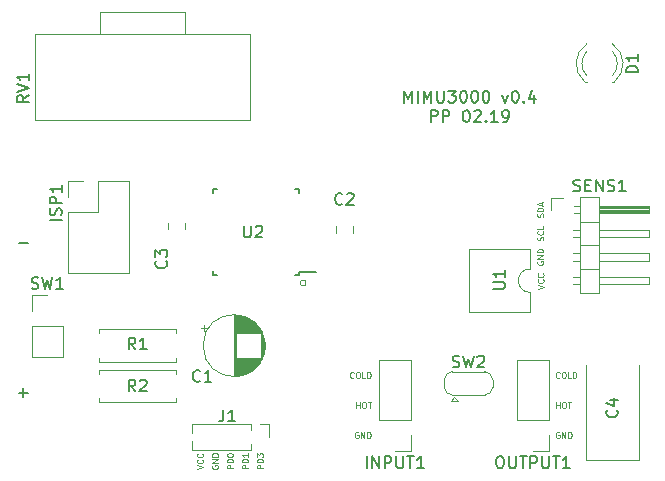
<source format=gbr>
G04 #@! TF.GenerationSoftware,KiCad,Pcbnew,5.1.5-1.fc31*
G04 #@! TF.CreationDate,2020-02-11T17:57:21+01:00*
G04 #@! TF.ProjectId,mimu3000,6d696d75-3330-4303-902e-6b696361645f,rev?*
G04 #@! TF.SameCoordinates,Original*
G04 #@! TF.FileFunction,Legend,Top*
G04 #@! TF.FilePolarity,Positive*
%FSLAX46Y46*%
G04 Gerber Fmt 4.6, Leading zero omitted, Abs format (unit mm)*
G04 Created by KiCad (PCBNEW 5.1.5-1.fc31) date 2020-02-11 17:57:21*
%MOMM*%
%LPD*%
G04 APERTURE LIST*
%ADD10C,0.100000*%
%ADD11C,0.120000*%
%ADD12C,0.150000*%
G04 APERTURE END LIST*
D10*
X185900190Y-126603047D02*
X185400190Y-126603047D01*
X185400190Y-126412571D01*
X185424000Y-126364952D01*
X185447809Y-126341142D01*
X185495428Y-126317333D01*
X185566857Y-126317333D01*
X185614476Y-126341142D01*
X185638285Y-126364952D01*
X185662095Y-126412571D01*
X185662095Y-126603047D01*
X185900190Y-126103047D02*
X185400190Y-126103047D01*
X185400190Y-125984000D01*
X185424000Y-125912571D01*
X185471619Y-125864952D01*
X185519238Y-125841142D01*
X185614476Y-125817333D01*
X185685904Y-125817333D01*
X185781142Y-125841142D01*
X185828761Y-125864952D01*
X185876380Y-125912571D01*
X185900190Y-125984000D01*
X185900190Y-126103047D01*
X185400190Y-125650666D02*
X185400190Y-125341142D01*
X185590666Y-125507809D01*
X185590666Y-125436380D01*
X185614476Y-125388761D01*
X185638285Y-125364952D01*
X185685904Y-125341142D01*
X185804952Y-125341142D01*
X185852571Y-125364952D01*
X185876380Y-125388761D01*
X185900190Y-125436380D01*
X185900190Y-125579238D01*
X185876380Y-125626857D01*
X185852571Y-125650666D01*
X184630190Y-126603047D02*
X184130190Y-126603047D01*
X184130190Y-126412571D01*
X184154000Y-126364952D01*
X184177809Y-126341142D01*
X184225428Y-126317333D01*
X184296857Y-126317333D01*
X184344476Y-126341142D01*
X184368285Y-126364952D01*
X184392095Y-126412571D01*
X184392095Y-126603047D01*
X184630190Y-126103047D02*
X184130190Y-126103047D01*
X184130190Y-125984000D01*
X184154000Y-125912571D01*
X184201619Y-125864952D01*
X184249238Y-125841142D01*
X184344476Y-125817333D01*
X184415904Y-125817333D01*
X184511142Y-125841142D01*
X184558761Y-125864952D01*
X184606380Y-125912571D01*
X184630190Y-125984000D01*
X184630190Y-126103047D01*
X184630190Y-125341142D02*
X184630190Y-125626857D01*
X184630190Y-125484000D02*
X184130190Y-125484000D01*
X184201619Y-125531619D01*
X184249238Y-125579238D01*
X184273047Y-125626857D01*
X183360190Y-126603047D02*
X182860190Y-126603047D01*
X182860190Y-126412571D01*
X182884000Y-126364952D01*
X182907809Y-126341142D01*
X182955428Y-126317333D01*
X183026857Y-126317333D01*
X183074476Y-126341142D01*
X183098285Y-126364952D01*
X183122095Y-126412571D01*
X183122095Y-126603047D01*
X183360190Y-126103047D02*
X182860190Y-126103047D01*
X182860190Y-125984000D01*
X182884000Y-125912571D01*
X182931619Y-125864952D01*
X182979238Y-125841142D01*
X183074476Y-125817333D01*
X183145904Y-125817333D01*
X183241142Y-125841142D01*
X183288761Y-125864952D01*
X183336380Y-125912571D01*
X183360190Y-125984000D01*
X183360190Y-126103047D01*
X182860190Y-125507809D02*
X182860190Y-125460190D01*
X182884000Y-125412571D01*
X182907809Y-125388761D01*
X182955428Y-125364952D01*
X183050666Y-125341142D01*
X183169714Y-125341142D01*
X183264952Y-125364952D01*
X183312571Y-125388761D01*
X183336380Y-125412571D01*
X183360190Y-125460190D01*
X183360190Y-125507809D01*
X183336380Y-125555428D01*
X183312571Y-125579238D01*
X183264952Y-125603047D01*
X183169714Y-125626857D01*
X183050666Y-125626857D01*
X182955428Y-125603047D01*
X182907809Y-125579238D01*
X182884000Y-125555428D01*
X182860190Y-125507809D01*
X180320190Y-126650666D02*
X180820190Y-126484000D01*
X180320190Y-126317333D01*
X180772571Y-125864952D02*
X180796380Y-125888761D01*
X180820190Y-125960190D01*
X180820190Y-126007809D01*
X180796380Y-126079238D01*
X180748761Y-126126857D01*
X180701142Y-126150666D01*
X180605904Y-126174476D01*
X180534476Y-126174476D01*
X180439238Y-126150666D01*
X180391619Y-126126857D01*
X180344000Y-126079238D01*
X180320190Y-126007809D01*
X180320190Y-125960190D01*
X180344000Y-125888761D01*
X180367809Y-125864952D01*
X180772571Y-125364952D02*
X180796380Y-125388761D01*
X180820190Y-125460190D01*
X180820190Y-125507809D01*
X180796380Y-125579238D01*
X180748761Y-125626857D01*
X180701142Y-125650666D01*
X180605904Y-125674476D01*
X180534476Y-125674476D01*
X180439238Y-125650666D01*
X180391619Y-125626857D01*
X180344000Y-125579238D01*
X180320190Y-125507809D01*
X180320190Y-125460190D01*
X180344000Y-125388761D01*
X180367809Y-125364952D01*
X181614000Y-126364952D02*
X181590190Y-126412571D01*
X181590190Y-126484000D01*
X181614000Y-126555428D01*
X181661619Y-126603047D01*
X181709238Y-126626857D01*
X181804476Y-126650666D01*
X181875904Y-126650666D01*
X181971142Y-126626857D01*
X182018761Y-126603047D01*
X182066380Y-126555428D01*
X182090190Y-126484000D01*
X182090190Y-126436380D01*
X182066380Y-126364952D01*
X182042571Y-126341142D01*
X181875904Y-126341142D01*
X181875904Y-126436380D01*
X182090190Y-126126857D02*
X181590190Y-126126857D01*
X182090190Y-125841142D01*
X181590190Y-125841142D01*
X182090190Y-125603047D02*
X181590190Y-125603047D01*
X181590190Y-125484000D01*
X181614000Y-125412571D01*
X181661619Y-125364952D01*
X181709238Y-125341142D01*
X181804476Y-125317333D01*
X181875904Y-125317333D01*
X181971142Y-125341142D01*
X182018761Y-125364952D01*
X182066380Y-125412571D01*
X182090190Y-125484000D01*
X182090190Y-125603047D01*
D11*
X189554000Y-110900000D02*
G75*
G03X189554000Y-110900000I-254000J0D01*
G01*
D10*
X193968142Y-123548000D02*
X193920523Y-123524190D01*
X193849095Y-123524190D01*
X193777666Y-123548000D01*
X193730047Y-123595619D01*
X193706238Y-123643238D01*
X193682428Y-123738476D01*
X193682428Y-123809904D01*
X193706238Y-123905142D01*
X193730047Y-123952761D01*
X193777666Y-124000380D01*
X193849095Y-124024190D01*
X193896714Y-124024190D01*
X193968142Y-124000380D01*
X193991952Y-123976571D01*
X193991952Y-123809904D01*
X193896714Y-123809904D01*
X194206238Y-124024190D02*
X194206238Y-123524190D01*
X194491952Y-124024190D01*
X194491952Y-123524190D01*
X194730047Y-124024190D02*
X194730047Y-123524190D01*
X194849095Y-123524190D01*
X194920523Y-123548000D01*
X194968142Y-123595619D01*
X194991952Y-123643238D01*
X195015761Y-123738476D01*
X195015761Y-123809904D01*
X194991952Y-123905142D01*
X194968142Y-123952761D01*
X194920523Y-124000380D01*
X194849095Y-124024190D01*
X194730047Y-124024190D01*
X193587190Y-118896571D02*
X193563380Y-118920380D01*
X193491952Y-118944190D01*
X193444333Y-118944190D01*
X193372904Y-118920380D01*
X193325285Y-118872761D01*
X193301476Y-118825142D01*
X193277666Y-118729904D01*
X193277666Y-118658476D01*
X193301476Y-118563238D01*
X193325285Y-118515619D01*
X193372904Y-118468000D01*
X193444333Y-118444190D01*
X193491952Y-118444190D01*
X193563380Y-118468000D01*
X193587190Y-118491809D01*
X193896714Y-118444190D02*
X193991952Y-118444190D01*
X194039571Y-118468000D01*
X194087190Y-118515619D01*
X194111000Y-118610857D01*
X194111000Y-118777523D01*
X194087190Y-118872761D01*
X194039571Y-118920380D01*
X193991952Y-118944190D01*
X193896714Y-118944190D01*
X193849095Y-118920380D01*
X193801476Y-118872761D01*
X193777666Y-118777523D01*
X193777666Y-118610857D01*
X193801476Y-118515619D01*
X193849095Y-118468000D01*
X193896714Y-118444190D01*
X194563380Y-118944190D02*
X194325285Y-118944190D01*
X194325285Y-118444190D01*
X194730047Y-118944190D02*
X194730047Y-118444190D01*
X194849095Y-118444190D01*
X194920523Y-118468000D01*
X194968142Y-118515619D01*
X194991952Y-118563238D01*
X195015761Y-118658476D01*
X195015761Y-118729904D01*
X194991952Y-118825142D01*
X194968142Y-118872761D01*
X194920523Y-118920380D01*
X194849095Y-118944190D01*
X194730047Y-118944190D01*
X193801476Y-121484190D02*
X193801476Y-120984190D01*
X193801476Y-121222285D02*
X194087190Y-121222285D01*
X194087190Y-121484190D02*
X194087190Y-120984190D01*
X194420523Y-120984190D02*
X194515761Y-120984190D01*
X194563380Y-121008000D01*
X194611000Y-121055619D01*
X194634809Y-121150857D01*
X194634809Y-121317523D01*
X194611000Y-121412761D01*
X194563380Y-121460380D01*
X194515761Y-121484190D01*
X194420523Y-121484190D01*
X194372904Y-121460380D01*
X194325285Y-121412761D01*
X194301476Y-121317523D01*
X194301476Y-121150857D01*
X194325285Y-121055619D01*
X194372904Y-121008000D01*
X194420523Y-120984190D01*
X194777666Y-120984190D02*
X195063380Y-120984190D01*
X194920523Y-121484190D02*
X194920523Y-120984190D01*
D12*
X165227047Y-107513428D02*
X165988952Y-107513428D01*
X165227047Y-120213428D02*
X165988952Y-120213428D01*
X165608000Y-120594380D02*
X165608000Y-119832476D01*
D10*
X211012761Y-118896571D02*
X210988952Y-118920380D01*
X210917523Y-118944190D01*
X210869904Y-118944190D01*
X210798476Y-118920380D01*
X210750857Y-118872761D01*
X210727047Y-118825142D01*
X210703238Y-118729904D01*
X210703238Y-118658476D01*
X210727047Y-118563238D01*
X210750857Y-118515619D01*
X210798476Y-118468000D01*
X210869904Y-118444190D01*
X210917523Y-118444190D01*
X210988952Y-118468000D01*
X211012761Y-118491809D01*
X211322285Y-118444190D02*
X211417523Y-118444190D01*
X211465142Y-118468000D01*
X211512761Y-118515619D01*
X211536571Y-118610857D01*
X211536571Y-118777523D01*
X211512761Y-118872761D01*
X211465142Y-118920380D01*
X211417523Y-118944190D01*
X211322285Y-118944190D01*
X211274666Y-118920380D01*
X211227047Y-118872761D01*
X211203238Y-118777523D01*
X211203238Y-118610857D01*
X211227047Y-118515619D01*
X211274666Y-118468000D01*
X211322285Y-118444190D01*
X211988952Y-118944190D02*
X211750857Y-118944190D01*
X211750857Y-118444190D01*
X212155619Y-118944190D02*
X212155619Y-118444190D01*
X212274666Y-118444190D01*
X212346095Y-118468000D01*
X212393714Y-118515619D01*
X212417523Y-118563238D01*
X212441333Y-118658476D01*
X212441333Y-118729904D01*
X212417523Y-118825142D01*
X212393714Y-118872761D01*
X212346095Y-118920380D01*
X212274666Y-118944190D01*
X212155619Y-118944190D01*
X210727047Y-121484190D02*
X210727047Y-120984190D01*
X210727047Y-121222285D02*
X211012761Y-121222285D01*
X211012761Y-121484190D02*
X211012761Y-120984190D01*
X211346095Y-120984190D02*
X211441333Y-120984190D01*
X211488952Y-121008000D01*
X211536571Y-121055619D01*
X211560380Y-121150857D01*
X211560380Y-121317523D01*
X211536571Y-121412761D01*
X211488952Y-121460380D01*
X211441333Y-121484190D01*
X211346095Y-121484190D01*
X211298476Y-121460380D01*
X211250857Y-121412761D01*
X211227047Y-121317523D01*
X211227047Y-121150857D01*
X211250857Y-121055619D01*
X211298476Y-121008000D01*
X211346095Y-120984190D01*
X211703238Y-120984190D02*
X211988952Y-120984190D01*
X211846095Y-121484190D02*
X211846095Y-120984190D01*
X210988952Y-123548000D02*
X210941333Y-123524190D01*
X210869904Y-123524190D01*
X210798476Y-123548000D01*
X210750857Y-123595619D01*
X210727047Y-123643238D01*
X210703238Y-123738476D01*
X210703238Y-123809904D01*
X210727047Y-123905142D01*
X210750857Y-123952761D01*
X210798476Y-124000380D01*
X210869904Y-124024190D01*
X210917523Y-124024190D01*
X210988952Y-124000380D01*
X211012761Y-123976571D01*
X211012761Y-123809904D01*
X210917523Y-123809904D01*
X211227047Y-124024190D02*
X211227047Y-123524190D01*
X211512761Y-124024190D01*
X211512761Y-123524190D01*
X211750857Y-124024190D02*
X211750857Y-123524190D01*
X211869904Y-123524190D01*
X211941333Y-123548000D01*
X211988952Y-123595619D01*
X212012761Y-123643238D01*
X212036571Y-123738476D01*
X212036571Y-123809904D01*
X212012761Y-123905142D01*
X211988952Y-123952761D01*
X211941333Y-124000380D01*
X211869904Y-124024190D01*
X211750857Y-124024190D01*
X209602380Y-105307142D02*
X209626190Y-105235714D01*
X209626190Y-105116666D01*
X209602380Y-105069047D01*
X209578571Y-105045238D01*
X209530952Y-105021428D01*
X209483333Y-105021428D01*
X209435714Y-105045238D01*
X209411904Y-105069047D01*
X209388095Y-105116666D01*
X209364285Y-105211904D01*
X209340476Y-105259523D01*
X209316666Y-105283333D01*
X209269047Y-105307142D01*
X209221428Y-105307142D01*
X209173809Y-105283333D01*
X209150000Y-105259523D01*
X209126190Y-105211904D01*
X209126190Y-105092857D01*
X209150000Y-105021428D01*
X209626190Y-104807142D02*
X209126190Y-104807142D01*
X209126190Y-104688095D01*
X209150000Y-104616666D01*
X209197619Y-104569047D01*
X209245238Y-104545238D01*
X209340476Y-104521428D01*
X209411904Y-104521428D01*
X209507142Y-104545238D01*
X209554761Y-104569047D01*
X209602380Y-104616666D01*
X209626190Y-104688095D01*
X209626190Y-104807142D01*
X209483333Y-104330952D02*
X209483333Y-104092857D01*
X209626190Y-104378571D02*
X209126190Y-104211904D01*
X209626190Y-104045238D01*
X209602380Y-107295238D02*
X209626190Y-107223809D01*
X209626190Y-107104761D01*
X209602380Y-107057142D01*
X209578571Y-107033333D01*
X209530952Y-107009523D01*
X209483333Y-107009523D01*
X209435714Y-107033333D01*
X209411904Y-107057142D01*
X209388095Y-107104761D01*
X209364285Y-107200000D01*
X209340476Y-107247619D01*
X209316666Y-107271428D01*
X209269047Y-107295238D01*
X209221428Y-107295238D01*
X209173809Y-107271428D01*
X209150000Y-107247619D01*
X209126190Y-107200000D01*
X209126190Y-107080952D01*
X209150000Y-107009523D01*
X209578571Y-106509523D02*
X209602380Y-106533333D01*
X209626190Y-106604761D01*
X209626190Y-106652380D01*
X209602380Y-106723809D01*
X209554761Y-106771428D01*
X209507142Y-106795238D01*
X209411904Y-106819047D01*
X209340476Y-106819047D01*
X209245238Y-106795238D01*
X209197619Y-106771428D01*
X209150000Y-106723809D01*
X209126190Y-106652380D01*
X209126190Y-106604761D01*
X209150000Y-106533333D01*
X209173809Y-106509523D01*
X209626190Y-106057142D02*
X209626190Y-106295238D01*
X209126190Y-106295238D01*
X209150000Y-109080952D02*
X209126190Y-109128571D01*
X209126190Y-109200000D01*
X209150000Y-109271428D01*
X209197619Y-109319047D01*
X209245238Y-109342857D01*
X209340476Y-109366666D01*
X209411904Y-109366666D01*
X209507142Y-109342857D01*
X209554761Y-109319047D01*
X209602380Y-109271428D01*
X209626190Y-109200000D01*
X209626190Y-109152380D01*
X209602380Y-109080952D01*
X209578571Y-109057142D01*
X209411904Y-109057142D01*
X209411904Y-109152380D01*
X209626190Y-108842857D02*
X209126190Y-108842857D01*
X209626190Y-108557142D01*
X209126190Y-108557142D01*
X209626190Y-108319047D02*
X209126190Y-108319047D01*
X209126190Y-108200000D01*
X209150000Y-108128571D01*
X209197619Y-108080952D01*
X209245238Y-108057142D01*
X209340476Y-108033333D01*
X209411904Y-108033333D01*
X209507142Y-108057142D01*
X209554761Y-108080952D01*
X209602380Y-108128571D01*
X209626190Y-108200000D01*
X209626190Y-108319047D01*
X209156190Y-111380666D02*
X209656190Y-111214000D01*
X209156190Y-111047333D01*
X209608571Y-110594952D02*
X209632380Y-110618761D01*
X209656190Y-110690190D01*
X209656190Y-110737809D01*
X209632380Y-110809238D01*
X209584761Y-110856857D01*
X209537142Y-110880666D01*
X209441904Y-110904476D01*
X209370476Y-110904476D01*
X209275238Y-110880666D01*
X209227619Y-110856857D01*
X209180000Y-110809238D01*
X209156190Y-110737809D01*
X209156190Y-110690190D01*
X209180000Y-110618761D01*
X209203809Y-110594952D01*
X209608571Y-110094952D02*
X209632380Y-110118761D01*
X209656190Y-110190190D01*
X209656190Y-110237809D01*
X209632380Y-110309238D01*
X209584761Y-110356857D01*
X209537142Y-110380666D01*
X209441904Y-110404476D01*
X209370476Y-110404476D01*
X209275238Y-110380666D01*
X209227619Y-110356857D01*
X209180000Y-110309238D01*
X209156190Y-110237809D01*
X209156190Y-110190190D01*
X209180000Y-110118761D01*
X209203809Y-110094952D01*
D12*
X197876190Y-95627380D02*
X197876190Y-94627380D01*
X198209523Y-95341666D01*
X198542857Y-94627380D01*
X198542857Y-95627380D01*
X199019047Y-95627380D02*
X199019047Y-94627380D01*
X199495238Y-95627380D02*
X199495238Y-94627380D01*
X199828571Y-95341666D01*
X200161904Y-94627380D01*
X200161904Y-95627380D01*
X200638095Y-94627380D02*
X200638095Y-95436904D01*
X200685714Y-95532142D01*
X200733333Y-95579761D01*
X200828571Y-95627380D01*
X201019047Y-95627380D01*
X201114285Y-95579761D01*
X201161904Y-95532142D01*
X201209523Y-95436904D01*
X201209523Y-94627380D01*
X201590476Y-94627380D02*
X202209523Y-94627380D01*
X201876190Y-95008333D01*
X202019047Y-95008333D01*
X202114285Y-95055952D01*
X202161904Y-95103571D01*
X202209523Y-95198809D01*
X202209523Y-95436904D01*
X202161904Y-95532142D01*
X202114285Y-95579761D01*
X202019047Y-95627380D01*
X201733333Y-95627380D01*
X201638095Y-95579761D01*
X201590476Y-95532142D01*
X202828571Y-94627380D02*
X202923809Y-94627380D01*
X203019047Y-94675000D01*
X203066666Y-94722619D01*
X203114285Y-94817857D01*
X203161904Y-95008333D01*
X203161904Y-95246428D01*
X203114285Y-95436904D01*
X203066666Y-95532142D01*
X203019047Y-95579761D01*
X202923809Y-95627380D01*
X202828571Y-95627380D01*
X202733333Y-95579761D01*
X202685714Y-95532142D01*
X202638095Y-95436904D01*
X202590476Y-95246428D01*
X202590476Y-95008333D01*
X202638095Y-94817857D01*
X202685714Y-94722619D01*
X202733333Y-94675000D01*
X202828571Y-94627380D01*
X203780952Y-94627380D02*
X203876190Y-94627380D01*
X203971428Y-94675000D01*
X204019047Y-94722619D01*
X204066666Y-94817857D01*
X204114285Y-95008333D01*
X204114285Y-95246428D01*
X204066666Y-95436904D01*
X204019047Y-95532142D01*
X203971428Y-95579761D01*
X203876190Y-95627380D01*
X203780952Y-95627380D01*
X203685714Y-95579761D01*
X203638095Y-95532142D01*
X203590476Y-95436904D01*
X203542857Y-95246428D01*
X203542857Y-95008333D01*
X203590476Y-94817857D01*
X203638095Y-94722619D01*
X203685714Y-94675000D01*
X203780952Y-94627380D01*
X204733333Y-94627380D02*
X204828571Y-94627380D01*
X204923809Y-94675000D01*
X204971428Y-94722619D01*
X205019047Y-94817857D01*
X205066666Y-95008333D01*
X205066666Y-95246428D01*
X205019047Y-95436904D01*
X204971428Y-95532142D01*
X204923809Y-95579761D01*
X204828571Y-95627380D01*
X204733333Y-95627380D01*
X204638095Y-95579761D01*
X204590476Y-95532142D01*
X204542857Y-95436904D01*
X204495238Y-95246428D01*
X204495238Y-95008333D01*
X204542857Y-94817857D01*
X204590476Y-94722619D01*
X204638095Y-94675000D01*
X204733333Y-94627380D01*
X206161904Y-94960714D02*
X206400000Y-95627380D01*
X206638095Y-94960714D01*
X207209523Y-94627380D02*
X207304761Y-94627380D01*
X207400000Y-94675000D01*
X207447619Y-94722619D01*
X207495238Y-94817857D01*
X207542857Y-95008333D01*
X207542857Y-95246428D01*
X207495238Y-95436904D01*
X207447619Y-95532142D01*
X207400000Y-95579761D01*
X207304761Y-95627380D01*
X207209523Y-95627380D01*
X207114285Y-95579761D01*
X207066666Y-95532142D01*
X207019047Y-95436904D01*
X206971428Y-95246428D01*
X206971428Y-95008333D01*
X207019047Y-94817857D01*
X207066666Y-94722619D01*
X207114285Y-94675000D01*
X207209523Y-94627380D01*
X207971428Y-95532142D02*
X208019047Y-95579761D01*
X207971428Y-95627380D01*
X207923809Y-95579761D01*
X207971428Y-95532142D01*
X207971428Y-95627380D01*
X208876190Y-94960714D02*
X208876190Y-95627380D01*
X208638095Y-94579761D02*
X208399999Y-95294047D01*
X209019047Y-95294047D01*
X200114285Y-97277380D02*
X200114285Y-96277380D01*
X200495238Y-96277380D01*
X200590476Y-96325000D01*
X200638095Y-96372619D01*
X200685714Y-96467857D01*
X200685714Y-96610714D01*
X200638095Y-96705952D01*
X200590476Y-96753571D01*
X200495238Y-96801190D01*
X200114285Y-96801190D01*
X201114285Y-97277380D02*
X201114285Y-96277380D01*
X201495238Y-96277380D01*
X201590476Y-96325000D01*
X201638095Y-96372619D01*
X201685714Y-96467857D01*
X201685714Y-96610714D01*
X201638095Y-96705952D01*
X201590476Y-96753571D01*
X201495238Y-96801190D01*
X201114285Y-96801190D01*
X203066666Y-96277380D02*
X203161904Y-96277380D01*
X203257142Y-96325000D01*
X203304761Y-96372619D01*
X203352380Y-96467857D01*
X203400000Y-96658333D01*
X203400000Y-96896428D01*
X203352380Y-97086904D01*
X203304761Y-97182142D01*
X203257142Y-97229761D01*
X203161904Y-97277380D01*
X203066666Y-97277380D01*
X202971428Y-97229761D01*
X202923809Y-97182142D01*
X202876190Y-97086904D01*
X202828571Y-96896428D01*
X202828571Y-96658333D01*
X202876190Y-96467857D01*
X202923809Y-96372619D01*
X202971428Y-96325000D01*
X203066666Y-96277380D01*
X203780952Y-96372619D02*
X203828571Y-96325000D01*
X203923809Y-96277380D01*
X204161904Y-96277380D01*
X204257142Y-96325000D01*
X204304761Y-96372619D01*
X204352380Y-96467857D01*
X204352380Y-96563095D01*
X204304761Y-96705952D01*
X203733333Y-97277380D01*
X204352380Y-97277380D01*
X204780952Y-97182142D02*
X204828571Y-97229761D01*
X204780952Y-97277380D01*
X204733333Y-97229761D01*
X204780952Y-97182142D01*
X204780952Y-97277380D01*
X205780952Y-97277380D02*
X205209523Y-97277380D01*
X205495238Y-97277380D02*
X205495238Y-96277380D01*
X205400000Y-96420238D01*
X205304761Y-96515476D01*
X205209523Y-96563095D01*
X206257142Y-97277380D02*
X206447619Y-97277380D01*
X206542857Y-97229761D01*
X206590476Y-97182142D01*
X206685714Y-97039285D01*
X206733333Y-96848809D01*
X206733333Y-96467857D01*
X206685714Y-96372619D01*
X206638095Y-96325000D01*
X206542857Y-96277380D01*
X206352380Y-96277380D01*
X206257142Y-96325000D01*
X206209523Y-96372619D01*
X206161904Y-96467857D01*
X206161904Y-96705952D01*
X206209523Y-96801190D01*
X206257142Y-96848809D01*
X206352380Y-96896428D01*
X206542857Y-96896428D01*
X206638095Y-96848809D01*
X206685714Y-96801190D01*
X206733333Y-96705952D01*
D11*
X201250000Y-119100000D02*
G75*
G02X201950000Y-118400000I700000J0D01*
G01*
X201950000Y-120400000D02*
G75*
G02X201250000Y-119700000I0J700000D01*
G01*
X205350000Y-119700000D02*
G75*
G02X204650000Y-120400000I-700000J0D01*
G01*
X204650000Y-118400000D02*
G75*
G02X205350000Y-119100000I0J-700000D01*
G01*
X201900000Y-118400000D02*
X204700000Y-118400000D01*
X205350000Y-119100000D02*
X205350000Y-119700000D01*
X204700000Y-120400000D02*
X201900000Y-120400000D01*
X201250000Y-119700000D02*
X201250000Y-119100000D01*
X202100000Y-120600000D02*
X201800000Y-120900000D01*
X201800000Y-120900000D02*
X202400000Y-120900000D01*
X202100000Y-120600000D02*
X202400000Y-120900000D01*
X217760000Y-125910000D02*
X217760000Y-117850000D01*
X213240000Y-125910000D02*
X217760000Y-125910000D01*
X213240000Y-117850000D02*
X213240000Y-125910000D01*
D12*
X188925000Y-110000000D02*
X190350000Y-110000000D01*
X181675000Y-110225000D02*
X182000000Y-110225000D01*
X181675000Y-102975000D02*
X182000000Y-102975000D01*
X188925000Y-102975000D02*
X188600000Y-102975000D01*
X188925000Y-110225000D02*
X188600000Y-110225000D01*
X188925000Y-102975000D02*
X188925000Y-103300000D01*
X181675000Y-102975000D02*
X181675000Y-103300000D01*
X181675000Y-110225000D02*
X181675000Y-109900000D01*
X188925000Y-110225000D02*
X188925000Y-110000000D01*
D11*
X210300000Y-103700000D02*
X211300000Y-103700000D01*
X210300000Y-104700000D02*
X210300000Y-103700000D01*
X212182114Y-111010000D02*
X212740000Y-111010000D01*
X212182114Y-110390000D02*
X212740000Y-110390000D01*
X218560000Y-111010000D02*
X214360000Y-111010000D01*
X218560000Y-110390000D02*
X218560000Y-111010000D01*
X214360000Y-110390000D02*
X218560000Y-110390000D01*
X212740000Y-109700000D02*
X214360000Y-109700000D01*
X212182114Y-109010000D02*
X212740000Y-109010000D01*
X212182114Y-108390000D02*
X212740000Y-108390000D01*
X218560000Y-109010000D02*
X214360000Y-109010000D01*
X218560000Y-108390000D02*
X218560000Y-109010000D01*
X214360000Y-108390000D02*
X218560000Y-108390000D01*
X212740000Y-107700000D02*
X214360000Y-107700000D01*
X212182114Y-107010000D02*
X212740000Y-107010000D01*
X212182114Y-106390000D02*
X212740000Y-106390000D01*
X218560000Y-107010000D02*
X214360000Y-107010000D01*
X218560000Y-106390000D02*
X218560000Y-107010000D01*
X214360000Y-106390000D02*
X218560000Y-106390000D01*
X212740000Y-105700000D02*
X214360000Y-105700000D01*
X212235000Y-105010000D02*
X212740000Y-105010000D01*
X212235000Y-104390000D02*
X212740000Y-104390000D01*
X214360000Y-104930000D02*
X218560000Y-104930000D01*
X214360000Y-104810000D02*
X218560000Y-104810000D01*
X214360000Y-104690000D02*
X218560000Y-104690000D01*
X214360000Y-104570000D02*
X218560000Y-104570000D01*
X214360000Y-104450000D02*
X218560000Y-104450000D01*
X218560000Y-105010000D02*
X214360000Y-105010000D01*
X218560000Y-104390000D02*
X218560000Y-105010000D01*
X214360000Y-104390000D02*
X218560000Y-104390000D01*
X214360000Y-103640000D02*
X212740000Y-103640000D01*
X214360000Y-111760000D02*
X214360000Y-103640000D01*
X212740000Y-111760000D02*
X214360000Y-111760000D01*
X212740000Y-103640000D02*
X212740000Y-111760000D01*
X172100000Y-88000000D02*
X172100000Y-89800000D01*
X179300000Y-88000000D02*
X179300000Y-89800000D01*
X172080000Y-88000000D02*
X179320000Y-88000000D01*
X166630000Y-89800000D02*
X184770000Y-89800000D01*
X166630000Y-97100000D02*
X184770000Y-97100000D01*
X184770000Y-97100000D02*
X184770000Y-89800000D01*
X166630000Y-97100000D02*
X166630000Y-89800000D01*
X179899000Y-122842000D02*
X179899000Y-123644470D01*
X179899000Y-124259530D02*
X179899000Y-125062000D01*
X184914000Y-122842000D02*
X179899000Y-122842000D01*
X184914000Y-125062000D02*
X179899000Y-125062000D01*
X184914000Y-122842000D02*
X184914000Y-123388529D01*
X184914000Y-124515471D02*
X184914000Y-125062000D01*
X185674000Y-122842000D02*
X186434000Y-122842000D01*
X186434000Y-122842000D02*
X186434000Y-123952000D01*
X177890000Y-105813748D02*
X177890000Y-106336252D01*
X179310000Y-105813748D02*
X179310000Y-106336252D01*
X193496000Y-106635252D02*
X193496000Y-106112748D01*
X192076000Y-106635252D02*
X192076000Y-106112748D01*
X166310000Y-117154000D02*
X168970000Y-117154000D01*
X166310000Y-114554000D02*
X166310000Y-117154000D01*
X168970000Y-114554000D02*
X168970000Y-117154000D01*
X166310000Y-114554000D02*
X168970000Y-114554000D01*
X166310000Y-113284000D02*
X166310000Y-111954000D01*
X166310000Y-111954000D02*
X167640000Y-111954000D01*
X208530000Y-113360000D02*
X208530000Y-111710000D01*
X203330000Y-113360000D02*
X208530000Y-113360000D01*
X203330000Y-108060000D02*
X203330000Y-113360000D01*
X208530000Y-108060000D02*
X203330000Y-108060000D01*
X208530000Y-109710000D02*
X208530000Y-108060000D01*
X208530000Y-111710000D02*
G75*
G02X208530000Y-109710000I0J1000000D01*
G01*
X169358000Y-102302000D02*
X170688000Y-102302000D01*
X169358000Y-103632000D02*
X169358000Y-102302000D01*
X171958000Y-102302000D02*
X174558000Y-102302000D01*
X171958000Y-104902000D02*
X171958000Y-102302000D01*
X169358000Y-104902000D02*
X171958000Y-104902000D01*
X174558000Y-102302000D02*
X174558000Y-110042000D01*
X169358000Y-104902000D02*
X169358000Y-110042000D01*
X169358000Y-110042000D02*
X174558000Y-110042000D01*
X210095000Y-125128000D02*
X208765000Y-125128000D01*
X210095000Y-123798000D02*
X210095000Y-125128000D01*
X210095000Y-122528000D02*
X207435000Y-122528000D01*
X207435000Y-122528000D02*
X207435000Y-117388000D01*
X210095000Y-122528000D02*
X210095000Y-117388000D01*
X210095000Y-117388000D02*
X207435000Y-117388000D01*
X198411000Y-117388000D02*
X195751000Y-117388000D01*
X198411000Y-122528000D02*
X198411000Y-117388000D01*
X195751000Y-122528000D02*
X195751000Y-117388000D01*
X198411000Y-122528000D02*
X195751000Y-122528000D01*
X198411000Y-123798000D02*
X198411000Y-125128000D01*
X198411000Y-125128000D02*
X197081000Y-125128000D01*
X215480000Y-93890000D02*
X215636000Y-93890000D01*
X213164000Y-93890000D02*
X213320000Y-93890000D01*
X215479837Y-91288870D02*
G75*
G02X215480000Y-93370961I-1079837J-1041130D01*
G01*
X213320163Y-91288870D02*
G75*
G03X213320000Y-93370961I1079837J-1041130D01*
G01*
X215478608Y-90657665D02*
G75*
G02X215635516Y-93890000I-1078608J-1672335D01*
G01*
X213321392Y-90657665D02*
G75*
G03X213164484Y-93890000I1078608J-1672335D01*
G01*
X178530000Y-121004000D02*
X178530000Y-120674000D01*
X171990000Y-121004000D02*
X178530000Y-121004000D01*
X171990000Y-120674000D02*
X171990000Y-121004000D01*
X178530000Y-118264000D02*
X178530000Y-118594000D01*
X171990000Y-118264000D02*
X178530000Y-118264000D01*
X171990000Y-118594000D02*
X171990000Y-118264000D01*
X178530000Y-117575000D02*
X178530000Y-117245000D01*
X171990000Y-117575000D02*
X178530000Y-117575000D01*
X171990000Y-117245000D02*
X171990000Y-117575000D01*
X178530000Y-114835000D02*
X178530000Y-115165000D01*
X171990000Y-114835000D02*
X178530000Y-114835000D01*
X171990000Y-115165000D02*
X171990000Y-114835000D01*
X180895225Y-114475000D02*
X180895225Y-114975000D01*
X180645225Y-114725000D02*
X181145225Y-114725000D01*
X186051000Y-115916000D02*
X186051000Y-116484000D01*
X186011000Y-115682000D02*
X186011000Y-116718000D01*
X185971000Y-115523000D02*
X185971000Y-116877000D01*
X185931000Y-115395000D02*
X185931000Y-117005000D01*
X185891000Y-115285000D02*
X185891000Y-117115000D01*
X185851000Y-115189000D02*
X185851000Y-117211000D01*
X185811000Y-115102000D02*
X185811000Y-117298000D01*
X185771000Y-115022000D02*
X185771000Y-117378000D01*
X185731000Y-117240000D02*
X185731000Y-117451000D01*
X185731000Y-114949000D02*
X185731000Y-115160000D01*
X185691000Y-117240000D02*
X185691000Y-117519000D01*
X185691000Y-114881000D02*
X185691000Y-115160000D01*
X185651000Y-117240000D02*
X185651000Y-117583000D01*
X185651000Y-114817000D02*
X185651000Y-115160000D01*
X185611000Y-117240000D02*
X185611000Y-117643000D01*
X185611000Y-114757000D02*
X185611000Y-115160000D01*
X185571000Y-117240000D02*
X185571000Y-117700000D01*
X185571000Y-114700000D02*
X185571000Y-115160000D01*
X185531000Y-117240000D02*
X185531000Y-117754000D01*
X185531000Y-114646000D02*
X185531000Y-115160000D01*
X185491000Y-117240000D02*
X185491000Y-117805000D01*
X185491000Y-114595000D02*
X185491000Y-115160000D01*
X185451000Y-117240000D02*
X185451000Y-117853000D01*
X185451000Y-114547000D02*
X185451000Y-115160000D01*
X185411000Y-117240000D02*
X185411000Y-117899000D01*
X185411000Y-114501000D02*
X185411000Y-115160000D01*
X185371000Y-117240000D02*
X185371000Y-117943000D01*
X185371000Y-114457000D02*
X185371000Y-115160000D01*
X185331000Y-117240000D02*
X185331000Y-117985000D01*
X185331000Y-114415000D02*
X185331000Y-115160000D01*
X185291000Y-117240000D02*
X185291000Y-118026000D01*
X185291000Y-114374000D02*
X185291000Y-115160000D01*
X185251000Y-117240000D02*
X185251000Y-118064000D01*
X185251000Y-114336000D02*
X185251000Y-115160000D01*
X185211000Y-117240000D02*
X185211000Y-118101000D01*
X185211000Y-114299000D02*
X185211000Y-115160000D01*
X185171000Y-117240000D02*
X185171000Y-118137000D01*
X185171000Y-114263000D02*
X185171000Y-115160000D01*
X185131000Y-117240000D02*
X185131000Y-118171000D01*
X185131000Y-114229000D02*
X185131000Y-115160000D01*
X185091000Y-117240000D02*
X185091000Y-118204000D01*
X185091000Y-114196000D02*
X185091000Y-115160000D01*
X185051000Y-117240000D02*
X185051000Y-118235000D01*
X185051000Y-114165000D02*
X185051000Y-115160000D01*
X185011000Y-117240000D02*
X185011000Y-118265000D01*
X185011000Y-114135000D02*
X185011000Y-115160000D01*
X184971000Y-117240000D02*
X184971000Y-118295000D01*
X184971000Y-114105000D02*
X184971000Y-115160000D01*
X184931000Y-117240000D02*
X184931000Y-118322000D01*
X184931000Y-114078000D02*
X184931000Y-115160000D01*
X184891000Y-117240000D02*
X184891000Y-118349000D01*
X184891000Y-114051000D02*
X184891000Y-115160000D01*
X184851000Y-117240000D02*
X184851000Y-118375000D01*
X184851000Y-114025000D02*
X184851000Y-115160000D01*
X184811000Y-117240000D02*
X184811000Y-118400000D01*
X184811000Y-114000000D02*
X184811000Y-115160000D01*
X184771000Y-117240000D02*
X184771000Y-118424000D01*
X184771000Y-113976000D02*
X184771000Y-115160000D01*
X184731000Y-117240000D02*
X184731000Y-118447000D01*
X184731000Y-113953000D02*
X184731000Y-115160000D01*
X184691000Y-117240000D02*
X184691000Y-118468000D01*
X184691000Y-113932000D02*
X184691000Y-115160000D01*
X184651000Y-117240000D02*
X184651000Y-118490000D01*
X184651000Y-113910000D02*
X184651000Y-115160000D01*
X184611000Y-117240000D02*
X184611000Y-118510000D01*
X184611000Y-113890000D02*
X184611000Y-115160000D01*
X184571000Y-117240000D02*
X184571000Y-118529000D01*
X184571000Y-113871000D02*
X184571000Y-115160000D01*
X184531000Y-117240000D02*
X184531000Y-118548000D01*
X184531000Y-113852000D02*
X184531000Y-115160000D01*
X184491000Y-117240000D02*
X184491000Y-118565000D01*
X184491000Y-113835000D02*
X184491000Y-115160000D01*
X184451000Y-117240000D02*
X184451000Y-118582000D01*
X184451000Y-113818000D02*
X184451000Y-115160000D01*
X184411000Y-117240000D02*
X184411000Y-118598000D01*
X184411000Y-113802000D02*
X184411000Y-115160000D01*
X184371000Y-117240000D02*
X184371000Y-118614000D01*
X184371000Y-113786000D02*
X184371000Y-115160000D01*
X184331000Y-117240000D02*
X184331000Y-118628000D01*
X184331000Y-113772000D02*
X184331000Y-115160000D01*
X184291000Y-117240000D02*
X184291000Y-118642000D01*
X184291000Y-113758000D02*
X184291000Y-115160000D01*
X184251000Y-117240000D02*
X184251000Y-118655000D01*
X184251000Y-113745000D02*
X184251000Y-115160000D01*
X184211000Y-117240000D02*
X184211000Y-118668000D01*
X184211000Y-113732000D02*
X184211000Y-115160000D01*
X184171000Y-117240000D02*
X184171000Y-118680000D01*
X184171000Y-113720000D02*
X184171000Y-115160000D01*
X184130000Y-117240000D02*
X184130000Y-118691000D01*
X184130000Y-113709000D02*
X184130000Y-115160000D01*
X184090000Y-117240000D02*
X184090000Y-118701000D01*
X184090000Y-113699000D02*
X184090000Y-115160000D01*
X184050000Y-117240000D02*
X184050000Y-118711000D01*
X184050000Y-113689000D02*
X184050000Y-115160000D01*
X184010000Y-117240000D02*
X184010000Y-118720000D01*
X184010000Y-113680000D02*
X184010000Y-115160000D01*
X183970000Y-117240000D02*
X183970000Y-118728000D01*
X183970000Y-113672000D02*
X183970000Y-115160000D01*
X183930000Y-117240000D02*
X183930000Y-118736000D01*
X183930000Y-113664000D02*
X183930000Y-115160000D01*
X183890000Y-117240000D02*
X183890000Y-118743000D01*
X183890000Y-113657000D02*
X183890000Y-115160000D01*
X183850000Y-117240000D02*
X183850000Y-118750000D01*
X183850000Y-113650000D02*
X183850000Y-115160000D01*
X183810000Y-117240000D02*
X183810000Y-118756000D01*
X183810000Y-113644000D02*
X183810000Y-115160000D01*
X183770000Y-117240000D02*
X183770000Y-118761000D01*
X183770000Y-113639000D02*
X183770000Y-115160000D01*
X183730000Y-117240000D02*
X183730000Y-118765000D01*
X183730000Y-113635000D02*
X183730000Y-115160000D01*
X183690000Y-117240000D02*
X183690000Y-118769000D01*
X183690000Y-113631000D02*
X183690000Y-115160000D01*
X183650000Y-113627000D02*
X183650000Y-118773000D01*
X183610000Y-113624000D02*
X183610000Y-118776000D01*
X183570000Y-113622000D02*
X183570000Y-118778000D01*
X183530000Y-113621000D02*
X183530000Y-118779000D01*
X183490000Y-113620000D02*
X183490000Y-118780000D01*
X183450000Y-113620000D02*
X183450000Y-118780000D01*
X186070000Y-116200000D02*
G75*
G03X186070000Y-116200000I-2620000J0D01*
G01*
D12*
X201966666Y-118004761D02*
X202109523Y-118052380D01*
X202347619Y-118052380D01*
X202442857Y-118004761D01*
X202490476Y-117957142D01*
X202538095Y-117861904D01*
X202538095Y-117766666D01*
X202490476Y-117671428D01*
X202442857Y-117623809D01*
X202347619Y-117576190D01*
X202157142Y-117528571D01*
X202061904Y-117480952D01*
X202014285Y-117433333D01*
X201966666Y-117338095D01*
X201966666Y-117242857D01*
X202014285Y-117147619D01*
X202061904Y-117100000D01*
X202157142Y-117052380D01*
X202395238Y-117052380D01*
X202538095Y-117100000D01*
X202871428Y-117052380D02*
X203109523Y-118052380D01*
X203300000Y-117338095D01*
X203490476Y-118052380D01*
X203728571Y-117052380D01*
X204061904Y-117147619D02*
X204109523Y-117100000D01*
X204204761Y-117052380D01*
X204442857Y-117052380D01*
X204538095Y-117100000D01*
X204585714Y-117147619D01*
X204633333Y-117242857D01*
X204633333Y-117338095D01*
X204585714Y-117480952D01*
X204014285Y-118052380D01*
X204633333Y-118052380D01*
X215857142Y-121666666D02*
X215904761Y-121714285D01*
X215952380Y-121857142D01*
X215952380Y-121952380D01*
X215904761Y-122095238D01*
X215809523Y-122190476D01*
X215714285Y-122238095D01*
X215523809Y-122285714D01*
X215380952Y-122285714D01*
X215190476Y-122238095D01*
X215095238Y-122190476D01*
X215000000Y-122095238D01*
X214952380Y-121952380D01*
X214952380Y-121857142D01*
X215000000Y-121714285D01*
X215047619Y-121666666D01*
X215285714Y-120809523D02*
X215952380Y-120809523D01*
X214904761Y-121047619D02*
X215619047Y-121285714D01*
X215619047Y-120666666D01*
X184284095Y-106052380D02*
X184284095Y-106861904D01*
X184331714Y-106957142D01*
X184379333Y-107004761D01*
X184474571Y-107052380D01*
X184665047Y-107052380D01*
X184760285Y-107004761D01*
X184807904Y-106957142D01*
X184855523Y-106861904D01*
X184855523Y-106052380D01*
X185284095Y-106147619D02*
X185331714Y-106100000D01*
X185426952Y-106052380D01*
X185665047Y-106052380D01*
X185760285Y-106100000D01*
X185807904Y-106147619D01*
X185855523Y-106242857D01*
X185855523Y-106338095D01*
X185807904Y-106480952D01*
X185236476Y-107052380D01*
X185855523Y-107052380D01*
X212185714Y-103104761D02*
X212328571Y-103152380D01*
X212566666Y-103152380D01*
X212661904Y-103104761D01*
X212709523Y-103057142D01*
X212757142Y-102961904D01*
X212757142Y-102866666D01*
X212709523Y-102771428D01*
X212661904Y-102723809D01*
X212566666Y-102676190D01*
X212376190Y-102628571D01*
X212280952Y-102580952D01*
X212233333Y-102533333D01*
X212185714Y-102438095D01*
X212185714Y-102342857D01*
X212233333Y-102247619D01*
X212280952Y-102200000D01*
X212376190Y-102152380D01*
X212614285Y-102152380D01*
X212757142Y-102200000D01*
X213185714Y-102628571D02*
X213519047Y-102628571D01*
X213661904Y-103152380D02*
X213185714Y-103152380D01*
X213185714Y-102152380D01*
X213661904Y-102152380D01*
X214090476Y-103152380D02*
X214090476Y-102152380D01*
X214661904Y-103152380D01*
X214661904Y-102152380D01*
X215090476Y-103104761D02*
X215233333Y-103152380D01*
X215471428Y-103152380D01*
X215566666Y-103104761D01*
X215614285Y-103057142D01*
X215661904Y-102961904D01*
X215661904Y-102866666D01*
X215614285Y-102771428D01*
X215566666Y-102723809D01*
X215471428Y-102676190D01*
X215280952Y-102628571D01*
X215185714Y-102580952D01*
X215138095Y-102533333D01*
X215090476Y-102438095D01*
X215090476Y-102342857D01*
X215138095Y-102247619D01*
X215185714Y-102200000D01*
X215280952Y-102152380D01*
X215519047Y-102152380D01*
X215661904Y-102200000D01*
X216614285Y-103152380D02*
X216042857Y-103152380D01*
X216328571Y-103152380D02*
X216328571Y-102152380D01*
X216233333Y-102295238D01*
X216138095Y-102390476D01*
X216042857Y-102438095D01*
X166052380Y-94995238D02*
X165576190Y-95328571D01*
X166052380Y-95566666D02*
X165052380Y-95566666D01*
X165052380Y-95185714D01*
X165100000Y-95090476D01*
X165147619Y-95042857D01*
X165242857Y-94995238D01*
X165385714Y-94995238D01*
X165480952Y-95042857D01*
X165528571Y-95090476D01*
X165576190Y-95185714D01*
X165576190Y-95566666D01*
X165052380Y-94709523D02*
X166052380Y-94376190D01*
X165052380Y-94042857D01*
X166052380Y-93185714D02*
X166052380Y-93757142D01*
X166052380Y-93471428D02*
X165052380Y-93471428D01*
X165195238Y-93566666D01*
X165290476Y-93661904D01*
X165338095Y-93757142D01*
X182546666Y-121626380D02*
X182546666Y-122340666D01*
X182499047Y-122483523D01*
X182403809Y-122578761D01*
X182260952Y-122626380D01*
X182165714Y-122626380D01*
X183546666Y-122626380D02*
X182975238Y-122626380D01*
X183260952Y-122626380D02*
X183260952Y-121626380D01*
X183165714Y-121769238D01*
X183070476Y-121864476D01*
X182975238Y-121912095D01*
X177687142Y-109035666D02*
X177734761Y-109083285D01*
X177782380Y-109226142D01*
X177782380Y-109321380D01*
X177734761Y-109464238D01*
X177639523Y-109559476D01*
X177544285Y-109607095D01*
X177353809Y-109654714D01*
X177210952Y-109654714D01*
X177020476Y-109607095D01*
X176925238Y-109559476D01*
X176830000Y-109464238D01*
X176782380Y-109321380D01*
X176782380Y-109226142D01*
X176830000Y-109083285D01*
X176877619Y-109035666D01*
X176782380Y-108702333D02*
X176782380Y-108083285D01*
X177163333Y-108416619D01*
X177163333Y-108273761D01*
X177210952Y-108178523D01*
X177258571Y-108130904D01*
X177353809Y-108083285D01*
X177591904Y-108083285D01*
X177687142Y-108130904D01*
X177734761Y-108178523D01*
X177782380Y-108273761D01*
X177782380Y-108559476D01*
X177734761Y-108654714D01*
X177687142Y-108702333D01*
X192619333Y-104191142D02*
X192571714Y-104238761D01*
X192428857Y-104286380D01*
X192333619Y-104286380D01*
X192190761Y-104238761D01*
X192095523Y-104143523D01*
X192047904Y-104048285D01*
X192000285Y-103857809D01*
X192000285Y-103714952D01*
X192047904Y-103524476D01*
X192095523Y-103429238D01*
X192190761Y-103334000D01*
X192333619Y-103286380D01*
X192428857Y-103286380D01*
X192571714Y-103334000D01*
X192619333Y-103381619D01*
X193000285Y-103381619D02*
X193047904Y-103334000D01*
X193143142Y-103286380D01*
X193381238Y-103286380D01*
X193476476Y-103334000D01*
X193524095Y-103381619D01*
X193571714Y-103476857D01*
X193571714Y-103572095D01*
X193524095Y-103714952D01*
X192952666Y-104286380D01*
X193571714Y-104286380D01*
X166306666Y-111358761D02*
X166449523Y-111406380D01*
X166687619Y-111406380D01*
X166782857Y-111358761D01*
X166830476Y-111311142D01*
X166878095Y-111215904D01*
X166878095Y-111120666D01*
X166830476Y-111025428D01*
X166782857Y-110977809D01*
X166687619Y-110930190D01*
X166497142Y-110882571D01*
X166401904Y-110834952D01*
X166354285Y-110787333D01*
X166306666Y-110692095D01*
X166306666Y-110596857D01*
X166354285Y-110501619D01*
X166401904Y-110454000D01*
X166497142Y-110406380D01*
X166735238Y-110406380D01*
X166878095Y-110454000D01*
X167211428Y-110406380D02*
X167449523Y-111406380D01*
X167640000Y-110692095D01*
X167830476Y-111406380D01*
X168068571Y-110406380D01*
X168973333Y-111406380D02*
X168401904Y-111406380D01*
X168687619Y-111406380D02*
X168687619Y-110406380D01*
X168592380Y-110549238D01*
X168497142Y-110644476D01*
X168401904Y-110692095D01*
X205382380Y-111393904D02*
X206191904Y-111393904D01*
X206287142Y-111346285D01*
X206334761Y-111298666D01*
X206382380Y-111203428D01*
X206382380Y-111012952D01*
X206334761Y-110917714D01*
X206287142Y-110870095D01*
X206191904Y-110822476D01*
X205382380Y-110822476D01*
X206382380Y-109822476D02*
X206382380Y-110393904D01*
X206382380Y-110108190D02*
X205382380Y-110108190D01*
X205525238Y-110203428D01*
X205620476Y-110298666D01*
X205668095Y-110393904D01*
X168854380Y-105592380D02*
X167854380Y-105592380D01*
X168806761Y-105163809D02*
X168854380Y-105020952D01*
X168854380Y-104782857D01*
X168806761Y-104687619D01*
X168759142Y-104640000D01*
X168663904Y-104592380D01*
X168568666Y-104592380D01*
X168473428Y-104640000D01*
X168425809Y-104687619D01*
X168378190Y-104782857D01*
X168330571Y-104973333D01*
X168282952Y-105068571D01*
X168235333Y-105116190D01*
X168140095Y-105163809D01*
X168044857Y-105163809D01*
X167949619Y-105116190D01*
X167902000Y-105068571D01*
X167854380Y-104973333D01*
X167854380Y-104735238D01*
X167902000Y-104592380D01*
X168854380Y-104163809D02*
X167854380Y-104163809D01*
X167854380Y-103782857D01*
X167902000Y-103687619D01*
X167949619Y-103640000D01*
X168044857Y-103592380D01*
X168187714Y-103592380D01*
X168282952Y-103640000D01*
X168330571Y-103687619D01*
X168378190Y-103782857D01*
X168378190Y-104163809D01*
X168854380Y-102640000D02*
X168854380Y-103211428D01*
X168854380Y-102925714D02*
X167854380Y-102925714D01*
X167997238Y-103020952D01*
X168092476Y-103116190D01*
X168140095Y-103211428D01*
X205884047Y-125580380D02*
X206074523Y-125580380D01*
X206169761Y-125628000D01*
X206265000Y-125723238D01*
X206312619Y-125913714D01*
X206312619Y-126247047D01*
X206265000Y-126437523D01*
X206169761Y-126532761D01*
X206074523Y-126580380D01*
X205884047Y-126580380D01*
X205788809Y-126532761D01*
X205693571Y-126437523D01*
X205645952Y-126247047D01*
X205645952Y-125913714D01*
X205693571Y-125723238D01*
X205788809Y-125628000D01*
X205884047Y-125580380D01*
X206741190Y-125580380D02*
X206741190Y-126389904D01*
X206788809Y-126485142D01*
X206836428Y-126532761D01*
X206931666Y-126580380D01*
X207122142Y-126580380D01*
X207217380Y-126532761D01*
X207265000Y-126485142D01*
X207312619Y-126389904D01*
X207312619Y-125580380D01*
X207645952Y-125580380D02*
X208217380Y-125580380D01*
X207931666Y-126580380D02*
X207931666Y-125580380D01*
X208550714Y-126580380D02*
X208550714Y-125580380D01*
X208931666Y-125580380D01*
X209026904Y-125628000D01*
X209074523Y-125675619D01*
X209122142Y-125770857D01*
X209122142Y-125913714D01*
X209074523Y-126008952D01*
X209026904Y-126056571D01*
X208931666Y-126104190D01*
X208550714Y-126104190D01*
X209550714Y-125580380D02*
X209550714Y-126389904D01*
X209598333Y-126485142D01*
X209645952Y-126532761D01*
X209741190Y-126580380D01*
X209931666Y-126580380D01*
X210026904Y-126532761D01*
X210074523Y-126485142D01*
X210122142Y-126389904D01*
X210122142Y-125580380D01*
X210455476Y-125580380D02*
X211026904Y-125580380D01*
X210741190Y-126580380D02*
X210741190Y-125580380D01*
X211884047Y-126580380D02*
X211312619Y-126580380D01*
X211598333Y-126580380D02*
X211598333Y-125580380D01*
X211503095Y-125723238D01*
X211407857Y-125818476D01*
X211312619Y-125866095D01*
X194676238Y-126580380D02*
X194676238Y-125580380D01*
X195152428Y-126580380D02*
X195152428Y-125580380D01*
X195723857Y-126580380D01*
X195723857Y-125580380D01*
X196200047Y-126580380D02*
X196200047Y-125580380D01*
X196581000Y-125580380D01*
X196676238Y-125628000D01*
X196723857Y-125675619D01*
X196771476Y-125770857D01*
X196771476Y-125913714D01*
X196723857Y-126008952D01*
X196676238Y-126056571D01*
X196581000Y-126104190D01*
X196200047Y-126104190D01*
X197200047Y-125580380D02*
X197200047Y-126389904D01*
X197247666Y-126485142D01*
X197295285Y-126532761D01*
X197390523Y-126580380D01*
X197581000Y-126580380D01*
X197676238Y-126532761D01*
X197723857Y-126485142D01*
X197771476Y-126389904D01*
X197771476Y-125580380D01*
X198104809Y-125580380D02*
X198676238Y-125580380D01*
X198390523Y-126580380D02*
X198390523Y-125580380D01*
X199533380Y-126580380D02*
X198961952Y-126580380D01*
X199247666Y-126580380D02*
X199247666Y-125580380D01*
X199152428Y-125723238D01*
X199057190Y-125818476D01*
X198961952Y-125866095D01*
X217646380Y-93068095D02*
X216646380Y-93068095D01*
X216646380Y-92830000D01*
X216694000Y-92687142D01*
X216789238Y-92591904D01*
X216884476Y-92544285D01*
X217074952Y-92496666D01*
X217217809Y-92496666D01*
X217408285Y-92544285D01*
X217503523Y-92591904D01*
X217598761Y-92687142D01*
X217646380Y-92830000D01*
X217646380Y-93068095D01*
X217646380Y-91544285D02*
X217646380Y-92115714D01*
X217646380Y-91830000D02*
X216646380Y-91830000D01*
X216789238Y-91925238D01*
X216884476Y-92020476D01*
X216932095Y-92115714D01*
X175093333Y-120086380D02*
X174760000Y-119610190D01*
X174521904Y-120086380D02*
X174521904Y-119086380D01*
X174902857Y-119086380D01*
X174998095Y-119134000D01*
X175045714Y-119181619D01*
X175093333Y-119276857D01*
X175093333Y-119419714D01*
X175045714Y-119514952D01*
X174998095Y-119562571D01*
X174902857Y-119610190D01*
X174521904Y-119610190D01*
X175474285Y-119181619D02*
X175521904Y-119134000D01*
X175617142Y-119086380D01*
X175855238Y-119086380D01*
X175950476Y-119134000D01*
X175998095Y-119181619D01*
X176045714Y-119276857D01*
X176045714Y-119372095D01*
X175998095Y-119514952D01*
X175426666Y-120086380D01*
X176045714Y-120086380D01*
X175093333Y-116530380D02*
X174760000Y-116054190D01*
X174521904Y-116530380D02*
X174521904Y-115530380D01*
X174902857Y-115530380D01*
X174998095Y-115578000D01*
X175045714Y-115625619D01*
X175093333Y-115720857D01*
X175093333Y-115863714D01*
X175045714Y-115958952D01*
X174998095Y-116006571D01*
X174902857Y-116054190D01*
X174521904Y-116054190D01*
X176045714Y-116530380D02*
X175474285Y-116530380D01*
X175760000Y-116530380D02*
X175760000Y-115530380D01*
X175664761Y-115673238D01*
X175569523Y-115768476D01*
X175474285Y-115816095D01*
X180575333Y-119177142D02*
X180527714Y-119224761D01*
X180384857Y-119272380D01*
X180289619Y-119272380D01*
X180146761Y-119224761D01*
X180051523Y-119129523D01*
X180003904Y-119034285D01*
X179956285Y-118843809D01*
X179956285Y-118700952D01*
X180003904Y-118510476D01*
X180051523Y-118415238D01*
X180146761Y-118320000D01*
X180289619Y-118272380D01*
X180384857Y-118272380D01*
X180527714Y-118320000D01*
X180575333Y-118367619D01*
X181527714Y-119272380D02*
X180956285Y-119272380D01*
X181242000Y-119272380D02*
X181242000Y-118272380D01*
X181146761Y-118415238D01*
X181051523Y-118510476D01*
X180956285Y-118558095D01*
M02*

</source>
